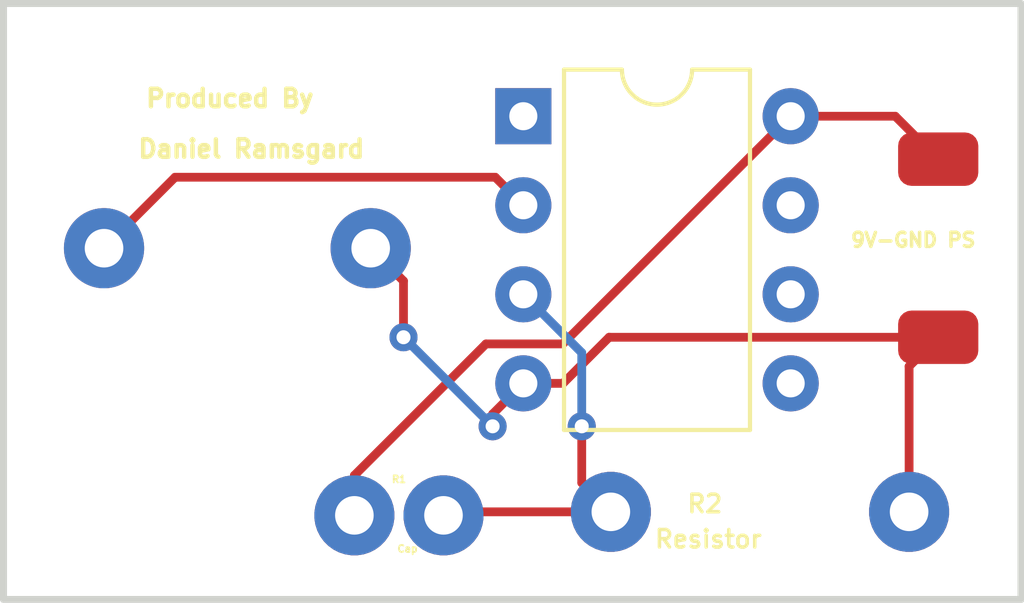
<source format=kicad_pcb>
(kicad_pcb (version 20221018) (generator pcbnew)
  (layers (0 "F.Cu" signal) (31 "B.Cu" signal) (34 "B.Paste" user) (35 "F.Paste" user) (36 "B.SilkS" user "B.Silkscreen") (37 "F.SilkS" user "F.Silkscreen") (38 "B.Mask" user) (39 "F.Mask" user) (44 "Edge.Cuts" user))
  (net 0 "")
  (net 1 "Net-(U1-VCC)")
  (net 2 "Net-(U1-XTAL2{slash}PB4)")
  (net 3 "Net-(U1-GND)")
  (net 5 "Net-(U1-XTAL1{slash}PB3)")
  (footprint "Custom_FP_Lib:Piezo Buzzer" (layer "F.Cu") (at 143.865 93.98)
    (fp_text reference "U3" hide)
    (fp_text value "~")
    (pad "1" thru_hole circle (at 0 0 90) (size 2.286 2.286) (drill 1.1) (layers "*.Cu" "*.Mask") (net 5 "Net-(U1-XTAL1{slash}PB3)"))
    (pad "2" thru_hole circle (at 7.6 0) (size 2.286 2.286) (drill 1.1) (layers "*.Cu" "*.Mask") (net 3 "Net-(U1-GND)"))
  )
  (footprint "Custom_FP_Lib:Through-Hole Cap" (layer "F.Cu") (at 151 102.87)
    (fp_text reference "R1" (at 1.27 -2.3 unlocked) (layer "F.SilkS") (effects (font (size 0.2 0.2) (thickness 0.05))))
    (fp_text value "R_Photo")
    (fp_text user "Cap" (at 1.2 -0.2 unlocked) (layer "F.SilkS") (effects (font (size 0.2 0.2) (thickness 0.05) bold) (justify left bottom)))
    (pad "1" thru_hole custom (at 0 -1.27) (size 2.286 2.286) (drill 1.1) (layers "*.Cu" "*.Mask") (net 1 "Net-(U1-VCC)") (options (clearance outline) (anchor circle)) (primitives))
    (pad "2" thru_hole custom (at 2.54 -1.27) (size 2.286 2.286) (drill 1.1) (layers "*.Cu" "*.Mask") (net 2 "Net-(U1-XTAL2{slash}PB4)") (options (clearance outline) (anchor circle)) (primitives))
  )
  (footprint "Custom_FP_Lib:Power-Source" (layer "F.Cu") (at 165.1 93.98)
    (fp_text reference "U2" hide)
    (fp_text value "~")
    (fp_text user "9V-GND PS" (at 0 0 unlocked) (layer "F.SilkS") (effects (font (size 0.4 0.4) (thickness 0.1)) (justify left bottom)))
    (pad "1" smd roundrect (at 2.54 -2.54) (size 2.286 1.524) (layers "F.Cu" "F.Paste" "F.Mask") (net 1 "Net-(U1-VCC)"))
    (pad "2" smd roundrect (at 2.54 2.54) (size 2.286 1.524) (layers "F.Cu" "F.Paste" "F.Mask") (net 3 "Net-(U1-GND)"))
  )
  (footprint "Custom_FP_Lib:Through-Hole Resistor" (layer "F.Cu") (at 157.99 102.77)
    (fp_text reference "R2" (at 3 -1.5 unlocked) (layer "F.SilkS") (effects (font (size 0.5 0.5) (thickness 0.1))))
    (fp_text value "1kR")
    (fp_text user "Resistor" (at 1.52 -0.2 unlocked) (layer "F.SilkS") (effects (font (size 0.5 0.5) (thickness 0.1)) (justify left bottom)))
    (pad "1" thru_hole custom (at 0.32 -1.27) (size 2.286 2.286) (drill 1.1) (layers "*.Cu" "*.Mask") (net 2 "Net-(U1-XTAL2{slash}PB4)") (options (clearance outline) (anchor circle)) (primitives))
    (pad "2" thru_hole custom (at 8.82 -1.27) (size 2.286 2.286) (drill 1.1) (layers "*.Cu" "*.Mask") (net 3 "Net-(U1-GND)") (options (clearance outline) (anchor circle)) (primitives))
  )
  (footprint "Package_DIP:DIP-8_W7.62mm" (layer "F.Cu") (at 155.815 90.215)
    (fp_text reference "U1" hide)
    (fp_text value "ATtiny85-20P")
    (fp_line (start 1.16 -1.33) (end 1.16 8.95) (stroke (width 0.12)) (layer "F.SilkS"))
    (fp_line (start 1.16 8.95) (end 6.46 8.95) (stroke (width 0.12)) (layer "F.SilkS"))
    (fp_line (start 2.81 -1.33) (end 1.16 -1.33) (stroke (width 0.12)) (layer "F.SilkS"))
    (fp_line (start 6.46 -1.33) (end 4.81 -1.33) (stroke (width 0.12)) (layer "F.SilkS"))
    (fp_line (start 6.46 8.95) (end 6.46 -1.33) (stroke (width 0.12)) (layer "F.SilkS"))
    (fp_arc (start 4.81 -1.33) (mid 3.81 -0.33) (end 2.81 -1.33) (stroke (width 0.12)) (layer "F.SilkS"))
    (pad "1" thru_hole rect (at 0 0) (size 1.6 1.6) (drill 0.8) (layers "*.Cu" "*.Mask"))
    (pad "2" thru_hole oval (at 0 2.54) (size 1.6 1.6) (drill 0.8) (layers "*.Cu" "*.Mask") (net 5 "Net-(U1-XTAL1{slash}PB3)"))
    (pad "3" thru_hole oval (at 0 5.08) (size 1.6 1.6) (drill 0.8) (layers "*.Cu" "*.Mask") (net 2 "Net-(U1-XTAL2{slash}PB4)"))
    (pad "4" thru_hole oval (at 0 7.62) (size 1.6 1.6) (drill 0.8) (layers "*.Cu" "*.Mask") (net 3 "Net-(U1-GND)"))
    (pad "5" thru_hole oval (at 7.62 7.62) (size 1.6 1.6) (drill 0.8) (layers "*.Cu" "*.Mask"))
    (pad "6" thru_hole oval (at 7.62 5.08) (size 1.6 1.6) (drill 0.8) (layers "*.Cu" "*.Mask"))
    (pad "7" thru_hole oval (at 7.62 2.54) (size 1.6 1.6) (drill 0.8) (layers "*.Cu" "*.Mask"))
    (pad "8" thru_hole oval (at 7.62 0) (size 1.6 1.6) (drill 0.8) (layers "*.Cu" "*.Mask") (net 1 "Net-(U1-VCC)"))
  )
  (gr_rect (start 141 87) (end 170 104) (stroke (width 0.2)) (fill none) (layer "Edge.Cuts"))
  (gr_text "Daniel Ramsgard" (at 144.78 91.44) (layer "F.SilkS") (effects (font (size 0.5 0.5) (thickness 0.125) bold) (justify left bottom)))
  (gr_text "Produced By" (at 145 90) (layer "F.SilkS") (effects (font (size 0.5 0.5) (thickness 0.125) bold) (justify left bottom)))
  (segment (start 166.415 90.215) (end 163.435 90.215) (width 0.25) (layer "F.Cu") (net 1))
  (segment (start 151 100.46) (end 151 101.6) (width 0.25) (layer "F.Cu") (net 1))
  (segment (start 156.94 96.71) (end 154.75 96.71) (width 0.25) (layer "F.Cu") (net 1))
  (segment (start 163.435 90.215) (end 156.94 96.71) (width 0.25) (layer "F.Cu") (net 1))
  (segment (start 167.64 91.44) (end 166.415 90.215) (width 0.25) (layer "F.Cu") (net 1))
  (segment (start 154.75 96.71) (end 151 100.46) (width 0.25) (layer "F.Cu") (net 1))
  (segment (start 157.48 100.67) (end 157.48 99.06) (width 0.25) (layer "F.Cu") (net 2))
  (segment (start 153.64 101.5) (end 153.54 101.6) (width 0.25) (layer "F.Cu") (net 2))
  (segment (start 158.31 101.5) (end 153.64 101.5) (width 0.25) (layer "F.Cu") (net 2))
  (segment (start 158.31 101.5) (end 157.48 100.67) (width 0.25) (layer "F.Cu") (net 2))
  (via (at 157.48 99.06) (size 0.8) (drill 0.4) (layers "F.Cu" "B.Cu") (net 2))
  (segment (start 157.48 96.96) (end 155.815 95.295) (width 0.25) (layer "B.Cu") (net 2))
  (segment (start 157.48 99.06) (end 157.48 96.96) (width 0.25) (layer "B.Cu") (net 2))
  (segment (start 166.81 97.35) (end 166.81 101.5) (width 0.25) (layer "F.Cu") (net 3))
  (segment (start 167.64 96.52) (end 158.26137 96.52) (width 0.25) (layer "F.Cu") (net 3))
  (segment (start 154.94 99.06) (end 154.94 98.71) (width 0.25) (layer "F.Cu") (net 3))
  (segment (start 152.4 94.915) (end 152.4 96.52) (width 0.25) (layer "F.Cu") (net 3))
  (segment (start 156.94637 97.835) (end 155.815 97.835) (width 0.25) (layer "F.Cu") (net 3))
  (segment (start 154.94 98.71) (end 155.815 97.835) (width 0.25) (layer "F.Cu") (net 3))
  (segment (start 151.465 93.98) (end 152.4 94.915) (width 0.25) (layer "F.Cu") (net 3))
  (segment (start 158.26137 96.52) (end 156.94637 97.835) (width 0.25) (layer "F.Cu") (net 3))
  (segment (start 167.64 96.52) (end 166.81 97.35) (width 0.25) (layer "F.Cu") (net 3))
  (via (at 152.4 96.52) (size 0.8) (drill 0.4) (layers "F.Cu" "B.Cu") (net 3))
  (via (at 154.94 99.06) (size 0.8) (drill 0.4) (layers "F.Cu" "B.Cu") (net 3))
  (segment (start 152.4 96.52) (end 154.94 99.06) (width 0.25) (layer "B.Cu") (net 3))
  (segment (start 155.015001 91.955001) (end 155.815 92.755) (width 0.25) (layer "F.Cu") (net 5))
  (segment (start 145.889999 91.955001) (end 155.015001 91.955001) (width 0.25) (layer "F.Cu") (net 5))
  (segment (start 143.865 93.98) (end 145.889999 91.955001) (width 0.25) (layer "F.Cu") (net 5))
)
</source>
